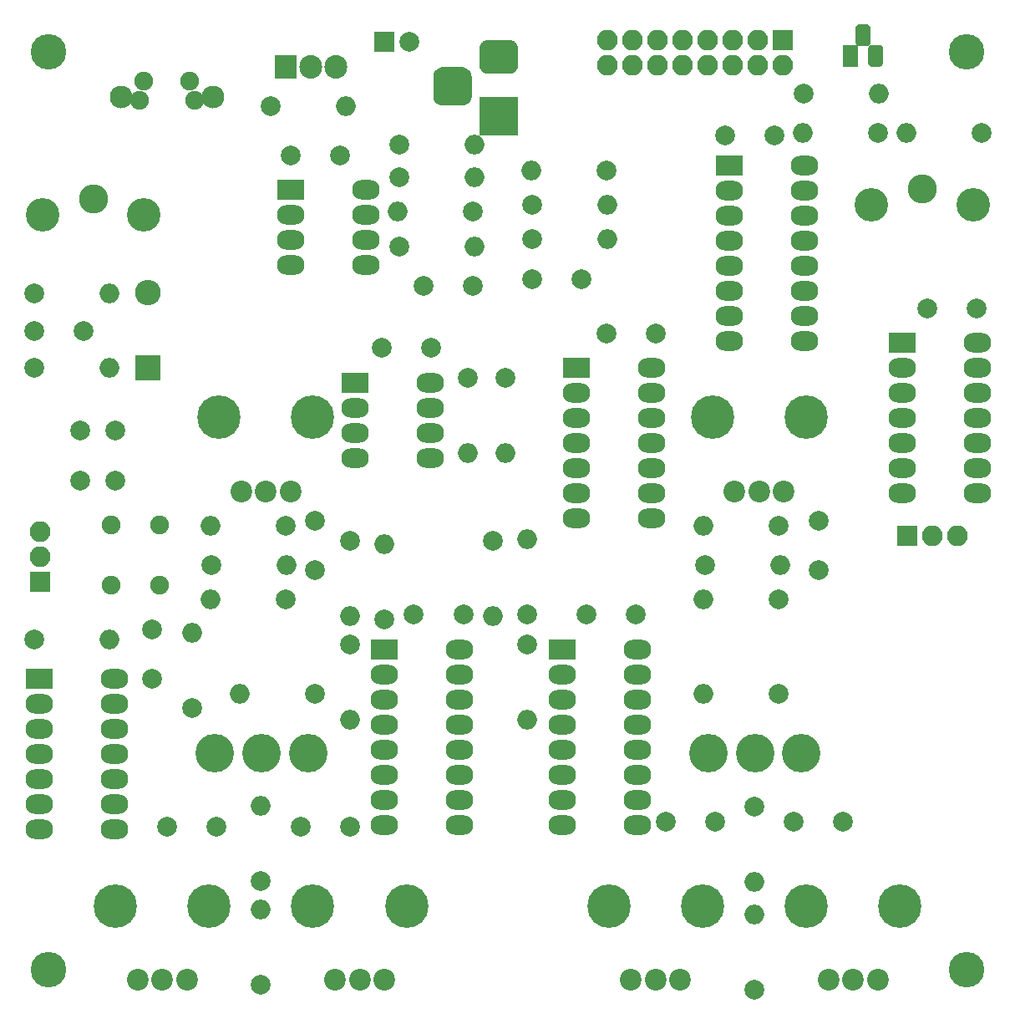
<source format=gbr>
G04 #@! TF.GenerationSoftware,KiCad,Pcbnew,(5.1.4-0-10_14)*
G04 #@! TF.CreationDate,2021-06-29T14:40:44+12:00*
G04 #@! TF.ProjectId,two_point_one_colorizer,74776f5f-706f-4696-9e74-5f6f6e655f63,rev?*
G04 #@! TF.SameCoordinates,Original*
G04 #@! TF.FileFunction,Soldermask,Bot*
G04 #@! TF.FilePolarity,Negative*
%FSLAX46Y46*%
G04 Gerber Fmt 4.6, Leading zero omitted, Abs format (unit mm)*
G04 Created by KiCad (PCBNEW (5.1.4-0-10_14)) date 2021-06-29 14:40:44*
%MOMM*%
%LPD*%
G04 APERTURE LIST*
%ADD10C,1.900000*%
%ADD11C,2.300000*%
%ADD12C,3.600000*%
%ADD13C,2.000000*%
%ADD14R,2.000000X2.000000*%
%ADD15R,2.600000X2.600000*%
%ADD16O,2.600000X2.600000*%
%ADD17R,3.900000X3.900000*%
%ADD18C,0.100000*%
%ADD19C,3.400000*%
%ADD20C,3.900000*%
%ADD21R,2.100000X2.100000*%
%ADD22O,2.100000X2.100000*%
%ADD23C,1.500000*%
%ADD24R,1.500000X2.200000*%
%ADD25O,2.000000X2.000000*%
%ADD26C,4.400000*%
%ADD27C,2.200000*%
%ADD28R,2.800000X2.000000*%
%ADD29O,2.800000X2.000000*%
%ADD30R,2.305000X2.400000*%
%ADD31O,2.305000X2.400000*%
%ADD32C,2.950000*%
G04 APERTURE END LIST*
D10*
X123300000Y-43450000D03*
X117650000Y-43450000D03*
X122800000Y-41500000D03*
X118150000Y-41500000D03*
D11*
X125150000Y-43050000D03*
X115800000Y-43050000D03*
D12*
X201500000Y-38500000D03*
X201500000Y-131500000D03*
X108500000Y-131500000D03*
X108500000Y-38500000D03*
D13*
X111700000Y-76900000D03*
X111700000Y-81900000D03*
X115200000Y-81900000D03*
X115200000Y-76900000D03*
X112000000Y-66750000D03*
X107000000Y-66750000D03*
D14*
X142500000Y-37500000D03*
D13*
X145000000Y-37500000D03*
X150500000Y-95500000D03*
X145500000Y-95500000D03*
X133000000Y-49000000D03*
X138000000Y-49000000D03*
X163000000Y-95500000D03*
X168000000Y-95500000D03*
X202500000Y-64500000D03*
X197500000Y-64500000D03*
X170000000Y-67000000D03*
X165000000Y-67000000D03*
X182000000Y-47000000D03*
X177000000Y-47000000D03*
X119000000Y-102000000D03*
X119000000Y-97000000D03*
X151500000Y-62200000D03*
X146500000Y-62200000D03*
X157500000Y-61500000D03*
X162500000Y-61500000D03*
X135500000Y-86000000D03*
X135500000Y-91000000D03*
X186500000Y-91000000D03*
X186500000Y-86000000D03*
X139000000Y-117000000D03*
X134000000Y-117000000D03*
X125500000Y-117000000D03*
X120500000Y-117000000D03*
X189000000Y-116500000D03*
X184000000Y-116500000D03*
X176000000Y-116500000D03*
X171000000Y-116500000D03*
D15*
X118500000Y-70500000D03*
D16*
X118500000Y-62880000D03*
D17*
X154100000Y-45000000D03*
D18*
G36*
X155283315Y-37304093D02*
G01*
X155365827Y-37316333D01*
X155446742Y-37336601D01*
X155525281Y-37364702D01*
X155600687Y-37400367D01*
X155672235Y-37443251D01*
X155739234Y-37492941D01*
X155801041Y-37548959D01*
X155857059Y-37610766D01*
X155906749Y-37677765D01*
X155949633Y-37749313D01*
X155985298Y-37824719D01*
X156013399Y-37903258D01*
X156033667Y-37984173D01*
X156045907Y-38066685D01*
X156050000Y-38150000D01*
X156050000Y-39850000D01*
X156045907Y-39933315D01*
X156033667Y-40015827D01*
X156013399Y-40096742D01*
X155985298Y-40175281D01*
X155949633Y-40250687D01*
X155906749Y-40322235D01*
X155857059Y-40389234D01*
X155801041Y-40451041D01*
X155739234Y-40507059D01*
X155672235Y-40556749D01*
X155600687Y-40599633D01*
X155525281Y-40635298D01*
X155446742Y-40663399D01*
X155365827Y-40683667D01*
X155283315Y-40695907D01*
X155200000Y-40700000D01*
X153000000Y-40700000D01*
X152916685Y-40695907D01*
X152834173Y-40683667D01*
X152753258Y-40663399D01*
X152674719Y-40635298D01*
X152599313Y-40599633D01*
X152527765Y-40556749D01*
X152460766Y-40507059D01*
X152398959Y-40451041D01*
X152342941Y-40389234D01*
X152293251Y-40322235D01*
X152250367Y-40250687D01*
X152214702Y-40175281D01*
X152186601Y-40096742D01*
X152166333Y-40015827D01*
X152154093Y-39933315D01*
X152150000Y-39850000D01*
X152150000Y-38150000D01*
X152154093Y-38066685D01*
X152166333Y-37984173D01*
X152186601Y-37903258D01*
X152214702Y-37824719D01*
X152250367Y-37749313D01*
X152293251Y-37677765D01*
X152342941Y-37610766D01*
X152398959Y-37548959D01*
X152460766Y-37492941D01*
X152527765Y-37443251D01*
X152599313Y-37400367D01*
X152674719Y-37364702D01*
X152753258Y-37336601D01*
X152834173Y-37316333D01*
X152916685Y-37304093D01*
X153000000Y-37300000D01*
X155200000Y-37300000D01*
X155283315Y-37304093D01*
X155283315Y-37304093D01*
G37*
D19*
X154100000Y-39000000D03*
D18*
G36*
X150470567Y-40054695D02*
G01*
X150565213Y-40068734D01*
X150658028Y-40091983D01*
X150748116Y-40124217D01*
X150834612Y-40165127D01*
X150916681Y-40214317D01*
X150993533Y-40271315D01*
X151064429Y-40335571D01*
X151128685Y-40406467D01*
X151185683Y-40483319D01*
X151234873Y-40565388D01*
X151275783Y-40651884D01*
X151308017Y-40741972D01*
X151331266Y-40834787D01*
X151345305Y-40929433D01*
X151350000Y-41025000D01*
X151350000Y-42975000D01*
X151345305Y-43070567D01*
X151331266Y-43165213D01*
X151308017Y-43258028D01*
X151275783Y-43348116D01*
X151234873Y-43434612D01*
X151185683Y-43516681D01*
X151128685Y-43593533D01*
X151064429Y-43664429D01*
X150993533Y-43728685D01*
X150916681Y-43785683D01*
X150834612Y-43834873D01*
X150748116Y-43875783D01*
X150658028Y-43908017D01*
X150565213Y-43931266D01*
X150470567Y-43945305D01*
X150375000Y-43950000D01*
X148425000Y-43950000D01*
X148329433Y-43945305D01*
X148234787Y-43931266D01*
X148141972Y-43908017D01*
X148051884Y-43875783D01*
X147965388Y-43834873D01*
X147883319Y-43785683D01*
X147806467Y-43728685D01*
X147735571Y-43664429D01*
X147671315Y-43593533D01*
X147614317Y-43516681D01*
X147565127Y-43434612D01*
X147524217Y-43348116D01*
X147491983Y-43258028D01*
X147468734Y-43165213D01*
X147454695Y-43070567D01*
X147450000Y-42975000D01*
X147450000Y-41025000D01*
X147454695Y-40929433D01*
X147468734Y-40834787D01*
X147491983Y-40741972D01*
X147524217Y-40651884D01*
X147565127Y-40565388D01*
X147614317Y-40483319D01*
X147671315Y-40406467D01*
X147735571Y-40335571D01*
X147806467Y-40271315D01*
X147883319Y-40214317D01*
X147965388Y-40165127D01*
X148051884Y-40124217D01*
X148141972Y-40091983D01*
X148234787Y-40068734D01*
X148329433Y-40054695D01*
X148425000Y-40050000D01*
X150375000Y-40050000D01*
X150470567Y-40054695D01*
X150470567Y-40054695D01*
G37*
D20*
X149400000Y-42000000D03*
D21*
X195500000Y-87500000D03*
D22*
X198040000Y-87500000D03*
X200580000Y-87500000D03*
D18*
G36*
X191431756Y-35731806D02*
G01*
X191468159Y-35737206D01*
X191503857Y-35746147D01*
X191538506Y-35758545D01*
X191571774Y-35774280D01*
X191603339Y-35793199D01*
X191632897Y-35815121D01*
X191660165Y-35839835D01*
X191684879Y-35867103D01*
X191706801Y-35896661D01*
X191725720Y-35928226D01*
X191741455Y-35961494D01*
X191753853Y-35996143D01*
X191762794Y-36031841D01*
X191768194Y-36068244D01*
X191770000Y-36105000D01*
X191770000Y-37555000D01*
X191768194Y-37591756D01*
X191762794Y-37628159D01*
X191753853Y-37663857D01*
X191741455Y-37698506D01*
X191725720Y-37731774D01*
X191706801Y-37763339D01*
X191684879Y-37792897D01*
X191660165Y-37820165D01*
X191632897Y-37844879D01*
X191603339Y-37866801D01*
X191571774Y-37885720D01*
X191538506Y-37901455D01*
X191503857Y-37913853D01*
X191468159Y-37922794D01*
X191431756Y-37928194D01*
X191395000Y-37930000D01*
X190645000Y-37930000D01*
X190608244Y-37928194D01*
X190571841Y-37922794D01*
X190536143Y-37913853D01*
X190501494Y-37901455D01*
X190468226Y-37885720D01*
X190436661Y-37866801D01*
X190407103Y-37844879D01*
X190379835Y-37820165D01*
X190355121Y-37792897D01*
X190333199Y-37763339D01*
X190314280Y-37731774D01*
X190298545Y-37698506D01*
X190286147Y-37663857D01*
X190277206Y-37628159D01*
X190271806Y-37591756D01*
X190270000Y-37555000D01*
X190270000Y-36105000D01*
X190271806Y-36068244D01*
X190277206Y-36031841D01*
X190286147Y-35996143D01*
X190298545Y-35961494D01*
X190314280Y-35928226D01*
X190333199Y-35896661D01*
X190355121Y-35867103D01*
X190379835Y-35839835D01*
X190407103Y-35815121D01*
X190436661Y-35793199D01*
X190468226Y-35774280D01*
X190501494Y-35758545D01*
X190536143Y-35746147D01*
X190571841Y-35737206D01*
X190608244Y-35731806D01*
X190645000Y-35730000D01*
X191395000Y-35730000D01*
X191431756Y-35731806D01*
X191431756Y-35731806D01*
G37*
D23*
X191020000Y-36830000D03*
D18*
G36*
X192701756Y-37801806D02*
G01*
X192738159Y-37807206D01*
X192773857Y-37816147D01*
X192808506Y-37828545D01*
X192841774Y-37844280D01*
X192873339Y-37863199D01*
X192902897Y-37885121D01*
X192930165Y-37909835D01*
X192954879Y-37937103D01*
X192976801Y-37966661D01*
X192995720Y-37998226D01*
X193011455Y-38031494D01*
X193023853Y-38066143D01*
X193032794Y-38101841D01*
X193038194Y-38138244D01*
X193040000Y-38175000D01*
X193040000Y-39625000D01*
X193038194Y-39661756D01*
X193032794Y-39698159D01*
X193023853Y-39733857D01*
X193011455Y-39768506D01*
X192995720Y-39801774D01*
X192976801Y-39833339D01*
X192954879Y-39862897D01*
X192930165Y-39890165D01*
X192902897Y-39914879D01*
X192873339Y-39936801D01*
X192841774Y-39955720D01*
X192808506Y-39971455D01*
X192773857Y-39983853D01*
X192738159Y-39992794D01*
X192701756Y-39998194D01*
X192665000Y-40000000D01*
X191915000Y-40000000D01*
X191878244Y-39998194D01*
X191841841Y-39992794D01*
X191806143Y-39983853D01*
X191771494Y-39971455D01*
X191738226Y-39955720D01*
X191706661Y-39936801D01*
X191677103Y-39914879D01*
X191649835Y-39890165D01*
X191625121Y-39862897D01*
X191603199Y-39833339D01*
X191584280Y-39801774D01*
X191568545Y-39768506D01*
X191556147Y-39733857D01*
X191547206Y-39698159D01*
X191541806Y-39661756D01*
X191540000Y-39625000D01*
X191540000Y-38175000D01*
X191541806Y-38138244D01*
X191547206Y-38101841D01*
X191556147Y-38066143D01*
X191568545Y-38031494D01*
X191584280Y-37998226D01*
X191603199Y-37966661D01*
X191625121Y-37937103D01*
X191649835Y-37909835D01*
X191677103Y-37885121D01*
X191706661Y-37863199D01*
X191738226Y-37844280D01*
X191771494Y-37828545D01*
X191806143Y-37816147D01*
X191841841Y-37807206D01*
X191878244Y-37801806D01*
X191915000Y-37800000D01*
X192665000Y-37800000D01*
X192701756Y-37801806D01*
X192701756Y-37801806D01*
G37*
D23*
X192290000Y-38900000D03*
D24*
X189750000Y-38900000D03*
D13*
X107000000Y-98000000D03*
D25*
X114620000Y-98000000D03*
X123000000Y-97380000D03*
D13*
X123000000Y-105000000D03*
X192500000Y-46750000D03*
D25*
X184880000Y-46750000D03*
X195380000Y-46750000D03*
D13*
X203000000Y-46750000D03*
X185000000Y-42750000D03*
D25*
X192620000Y-42750000D03*
X114620000Y-63000000D03*
D13*
X107000000Y-63000000D03*
D25*
X114620000Y-70500000D03*
D13*
X107000000Y-70500000D03*
D25*
X138620000Y-44000000D03*
D13*
X131000000Y-44000000D03*
X144000000Y-51200000D03*
D25*
X151620000Y-51200000D03*
X143880000Y-54700000D03*
D13*
X151500000Y-54700000D03*
D25*
X151620000Y-58200000D03*
D13*
X144000000Y-58200000D03*
X165000000Y-50500000D03*
D25*
X157380000Y-50500000D03*
D13*
X157500000Y-57500000D03*
D25*
X165120000Y-57500000D03*
D13*
X157500000Y-54000000D03*
D25*
X165120000Y-54000000D03*
D13*
X151000000Y-71500000D03*
D25*
X151000000Y-79120000D03*
D13*
X125000000Y-90500000D03*
D25*
X132620000Y-90500000D03*
X124880000Y-86500000D03*
D13*
X132500000Y-86500000D03*
X132500000Y-94000000D03*
D25*
X124880000Y-94000000D03*
X154750000Y-79120000D03*
D13*
X154750000Y-71500000D03*
D25*
X182620000Y-90500000D03*
D13*
X175000000Y-90500000D03*
X182500000Y-86500000D03*
D25*
X174880000Y-86500000D03*
X174880000Y-94000000D03*
D13*
X182500000Y-94000000D03*
D25*
X127880000Y-103500000D03*
D13*
X135500000Y-103500000D03*
X130000000Y-122500000D03*
D25*
X130000000Y-114880000D03*
X130000000Y-125380000D03*
D13*
X130000000Y-133000000D03*
D25*
X139000000Y-95620000D03*
D13*
X139000000Y-88000000D03*
X139000000Y-98500000D03*
D25*
X139000000Y-106120000D03*
X142500000Y-88380000D03*
D13*
X142500000Y-96000000D03*
X182500000Y-103500000D03*
D25*
X174880000Y-103500000D03*
X180000000Y-125880000D03*
D13*
X180000000Y-133500000D03*
X180000000Y-115000000D03*
D25*
X180000000Y-122620000D03*
D13*
X153500000Y-88000000D03*
D25*
X153500000Y-95620000D03*
D13*
X157000000Y-98500000D03*
D25*
X157000000Y-106120000D03*
X157000000Y-87880000D03*
D13*
X157000000Y-95500000D03*
D26*
X135250000Y-75500000D03*
X125750000Y-75500000D03*
D27*
X133000000Y-83000000D03*
X130500000Y-83000000D03*
X128000000Y-83000000D03*
X178000000Y-83000000D03*
X180500000Y-83000000D03*
X183000000Y-83000000D03*
D26*
X175750000Y-75500000D03*
X185250000Y-75500000D03*
X124750000Y-125000000D03*
X115250000Y-125000000D03*
D27*
X122500000Y-132500000D03*
X120000000Y-132500000D03*
X117500000Y-132500000D03*
X137500000Y-132500000D03*
X140000000Y-132500000D03*
X142500000Y-132500000D03*
D26*
X135250000Y-125000000D03*
X144750000Y-125000000D03*
X174750000Y-125000000D03*
X165250000Y-125000000D03*
D27*
X172500000Y-132500000D03*
X170000000Y-132500000D03*
X167500000Y-132500000D03*
X187500000Y-132500000D03*
X190000000Y-132500000D03*
X192500000Y-132500000D03*
D26*
X185250000Y-125000000D03*
X194750000Y-125000000D03*
D20*
X125350000Y-109500000D03*
X130050000Y-109500000D03*
X134750000Y-109500000D03*
X184750000Y-109500000D03*
X180050000Y-109500000D03*
X175350000Y-109500000D03*
D28*
X107500000Y-102000000D03*
D29*
X115120000Y-117240000D03*
X107500000Y-104540000D03*
X115120000Y-114700000D03*
X107500000Y-107080000D03*
X115120000Y-112160000D03*
X107500000Y-109620000D03*
X115120000Y-109620000D03*
X107500000Y-112160000D03*
X115120000Y-107080000D03*
X107500000Y-114700000D03*
X115120000Y-104540000D03*
X107500000Y-117240000D03*
X115120000Y-102000000D03*
X185120000Y-50000000D03*
X177500000Y-67780000D03*
X185120000Y-52540000D03*
X177500000Y-65240000D03*
X185120000Y-55080000D03*
X177500000Y-62700000D03*
X185120000Y-57620000D03*
X177500000Y-60160000D03*
X185120000Y-60160000D03*
X177500000Y-57620000D03*
X185120000Y-62700000D03*
X177500000Y-55080000D03*
X185120000Y-65240000D03*
X177500000Y-52540000D03*
X185120000Y-67780000D03*
D28*
X177500000Y-50000000D03*
D29*
X202620000Y-68000000D03*
X195000000Y-83240000D03*
X202620000Y-70540000D03*
X195000000Y-80700000D03*
X202620000Y-73080000D03*
X195000000Y-78160000D03*
X202620000Y-75620000D03*
X195000000Y-75620000D03*
X202620000Y-78160000D03*
X195000000Y-73080000D03*
X202620000Y-80700000D03*
X195000000Y-70540000D03*
X202620000Y-83240000D03*
D28*
X195000000Y-68000000D03*
D29*
X150120000Y-99000000D03*
X142500000Y-116780000D03*
X150120000Y-101540000D03*
X142500000Y-114240000D03*
X150120000Y-104080000D03*
X142500000Y-111700000D03*
X150120000Y-106620000D03*
X142500000Y-109160000D03*
X150120000Y-109160000D03*
X142500000Y-106620000D03*
X150120000Y-111700000D03*
X142500000Y-104080000D03*
X150120000Y-114240000D03*
X142500000Y-101540000D03*
X150120000Y-116780000D03*
D28*
X142500000Y-99000000D03*
D29*
X168120000Y-99000000D03*
X160500000Y-116780000D03*
X168120000Y-101540000D03*
X160500000Y-114240000D03*
X168120000Y-104080000D03*
X160500000Y-111700000D03*
X168120000Y-106620000D03*
X160500000Y-109160000D03*
X168120000Y-109160000D03*
X160500000Y-106620000D03*
X168120000Y-111700000D03*
X160500000Y-104080000D03*
X168120000Y-114240000D03*
X160500000Y-101540000D03*
X168120000Y-116780000D03*
D28*
X160500000Y-99000000D03*
D10*
X114800000Y-86400000D03*
X119680000Y-86400000D03*
D30*
X132500000Y-40000000D03*
D31*
X135040000Y-40000000D03*
X137580000Y-40000000D03*
D28*
X162000000Y-70500000D03*
D29*
X169620000Y-85740000D03*
X162000000Y-73040000D03*
X169620000Y-83200000D03*
X162000000Y-75580000D03*
X169620000Y-80660000D03*
X162000000Y-78120000D03*
X169620000Y-78120000D03*
X162000000Y-80660000D03*
X169620000Y-75580000D03*
X162000000Y-83200000D03*
X169620000Y-73040000D03*
X162000000Y-85740000D03*
X169620000Y-70500000D03*
D28*
X133000000Y-52500000D03*
D29*
X140620000Y-60120000D03*
X133000000Y-55040000D03*
X140620000Y-57580000D03*
X133000000Y-57580000D03*
X140620000Y-55040000D03*
X133000000Y-60120000D03*
X140620000Y-52500000D03*
X147120000Y-72000000D03*
X139500000Y-79620000D03*
X147120000Y-74540000D03*
X139500000Y-77080000D03*
X147120000Y-77080000D03*
X139500000Y-74540000D03*
X147120000Y-79620000D03*
D28*
X139500000Y-72000000D03*
D13*
X147250000Y-68500000D03*
X142250000Y-68500000D03*
D32*
X197000000Y-52400000D03*
D19*
X202150000Y-54000000D03*
X191850000Y-54000000D03*
X107850000Y-55000000D03*
X118150000Y-55000000D03*
D32*
X113000000Y-53400000D03*
D21*
X107600000Y-92200000D03*
D22*
X107600000Y-89660000D03*
X107600000Y-87120000D03*
D21*
X182900000Y-37300000D03*
D22*
X182900000Y-39840000D03*
X180360000Y-37300000D03*
X180360000Y-39840000D03*
X177820000Y-37300000D03*
X177820000Y-39840000D03*
X175280000Y-37300000D03*
X175280000Y-39840000D03*
X172740000Y-37300000D03*
X172740000Y-39840000D03*
X170200000Y-37300000D03*
X170200000Y-39840000D03*
X167660000Y-37300000D03*
X167660000Y-39840000D03*
X165120000Y-37300000D03*
X165120000Y-39840000D03*
D13*
X144000000Y-47900000D03*
D25*
X151620000Y-47900000D03*
D10*
X114800000Y-92500000D03*
X119680000Y-92500000D03*
M02*

</source>
